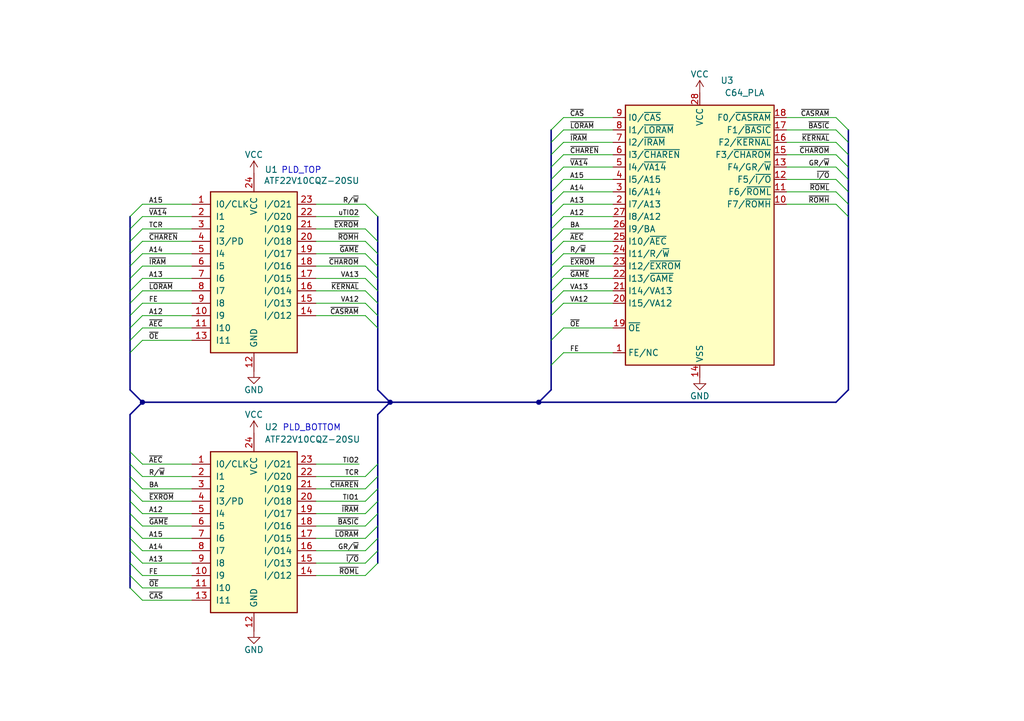
<source format=kicad_sch>
(kicad_sch (version 20231120) (generator "eeschema") (generator_version "8.0")
  (paper "A5")
  (title_block (title "GAL-based 906114-01 replacement") (date "2023-01-05") (rev "0.99") (company "Lubomir Rintel <lkundrak@v3.sk>") (comment 1 "Generated from genplcc.pl"))
  (lib_symbols
    (symbol "Additional:ATF22V10C" (pin_names (offset 1.016))
      (property "Reference" "U" (at 5.08 21.59 0))
      (property "Value" "ATF22V10C" (at 5.08 19.05 0))
      (symbol "ATF22V10C_0_1"
        (rectangle (start -8.89 16.51) (end 8.89 -16.51) (stroke (width 0.254)) (fill (type background)))
      )
      (symbol "ATF22V10C_1_1"
        (pin input line (at -12.7 13.97 0) (length 3.81) (name "I0/CLK") (number "1"))
        (pin input line (at -12.7 -8.89 0) (length 3.81) (name "I9") (number "10"))
        (pin input line (at -12.7 -11.43 0) (length 3.81) (name "I10") (number "11"))
        (pin power_in line (at 0 -20.32 90) (length 3.81) (name "GND") (number "12"))
        (pin input line (at -12.7 -13.97 0) (length 3.81) (name "I11") (number "13"))
        (pin output line (at 12.7 -8.89 180) (length 3.81) (name "I/O12") (number "14"))
        (pin output line (at 12.7 -6.35 180) (length 3.81) (name "I/O13") (number "15"))
        (pin output line (at 12.7 -3.81 180) (length 3.81) (name "I/O14") (number "16"))
        (pin output line (at 12.7 -1.27 180) (length 3.81) (name "I/O15") (number "17"))
        (pin output line (at 12.7 1.27 180) (length 3.81) (name "I/O16") (number "18"))
        (pin output line (at 12.7 3.81 180) (length 3.81) (name "I/O17") (number "19"))
        (pin input line (at -12.7 11.43 0) (length 3.81) (name "I1") (number "2"))
        (pin output line (at 12.7 6.35 180) (length 3.81) (name "I/O18") (number "20"))
        (pin output line (at 12.7 8.89 180) (length 3.81) (name "I/O19") (number "21"))
        (pin output line (at 12.7 11.43 180) (length 3.81) (name "I/O20") (number "22"))
        (pin output line (at 12.7 13.97 180) (length 3.81) (name "I/O21") (number "23"))
        (pin power_in line (at 0 20.32 270) (length 3.81) (name "VCC") (number "24"))
        (pin input line (at -12.7 8.89 0) (length 3.81) (name "I2") (number "3"))
        (pin input line (at -12.7 6.35 0) (length 3.81) (name "I3/PD") (number "4"))
        (pin input line (at -12.7 3.81 0) (length 3.81) (name "I4") (number "5"))
        (pin input line (at -12.7 1.27 0) (length 3.81) (name "I5") (number "6"))
        (pin input line (at -12.7 -1.27 0) (length 3.81) (name "I6") (number "7"))
        (pin input line (at -12.7 -3.81 0) (length 3.81) (name "I7") (number "8"))
        (pin input line (at -12.7 -6.35 0) (length 3.81) (name "I8") (number "9"))
      )
    )
    (symbol "Memory_RAM:KM62256CLP"
      (property "Reference" "U3" (at 6.985 27.94 0))
      (property "Value" "C64_PLA" (at 13.335 25.4 0))
      (symbol "KM62256CLP_0_1"
        (rectangle (start -15.24 22.86) (end 15.24 -30.48) (stroke (width 0.254)) (fill (type background)))
      )
      (symbol "KM62256CLP_1_1"
        (pin bidirectional line (at -17.78 -27.94 0) (length 2.54) (name "FE/NC") (number "1"))
        (pin output line (at 17.78 2.54 180) (length 2.54) (name "F7/~{ROMH}") (number "10"))
        (pin output line (at 17.78 5.08 180) (length 2.54) (name "F6/~{ROML}") (number "11"))
        (pin output line (at 17.78 7.62 180) (length 2.54) (name "F5/~{I/O}") (number "12"))
        (pin output line (at 17.78 10.16 180) (length 2.54) (name "F4/GR/~{W}") (number "13"))
        (pin power_in line (at 0 -33.02 90) (length 2.54) (name "VSS") (number "14"))
        (pin output line (at 17.78 12.7 180) (length 2.54) (name "F3/~{CHAROM}") (number "15"))
        (pin output line (at 17.78 15.24 180) (length 2.54) (name "F2/~{KERNAL}") (number "16"))
        (pin output line (at 17.78 17.78 180) (length 2.54) (name "F1/~{BASIC}") (number "17"))
        (pin output line (at 17.78 20.32 180) (length 2.54) (name "F0/~{CASRAM}") (number "18"))
        (pin input line (at -17.78 -22.86 0) (length 2.54) (name "~{OE}") (number "19"))
        (pin input line (at -17.78 2.54 0) (length 2.54) (name "I7/A13") (number "2"))
        (pin input line (at -17.78 -17.78 0) (length 2.54) (name "I15/VA12") (number "20"))
        (pin input line (at -17.78 -15.24 0) (length 2.54) (name "I14/VA13") (number "21"))
        (pin input line (at -17.78 -12.7 0) (length 2.54) (name "I13/~{GAME}") (number "22"))
        (pin input line (at -17.78 -10.16 0) (length 2.54) (name "I12/~{EXROM}") (number "23"))
        (pin input line (at -17.78 -7.62 0) (length 2.54) (name "I11/R/~{W}") (number "24"))
        (pin input line (at -17.78 -5.08 0) (length 2.54) (name "I10/~{AEC}") (number "25"))
        (pin input line (at -17.78 -2.54 0) (length 2.54) (name "I9/BA") (number "26"))
        (pin input line (at -17.78 0 0) (length 2.54) (name "I8/A12") (number "27"))
        (pin power_in line (at 0 25.4 270) (length 2.54) (name "VCC") (number "28"))
        (pin input line (at -17.78 5.08 0) (length 2.54) (name "I6/A14") (number "3"))
        (pin input line (at -17.78 7.62 0) (length 2.54) (name "I5/A15") (number "4"))
        (pin input line (at -17.78 10.16 0) (length 2.54) (name "I4/~{VA14}") (number "5"))
        (pin input line (at -17.78 12.7 0) (length 2.54) (name "I3/~{CHAREN}") (number "6"))
        (pin input line (at -17.78 15.24 0) (length 2.54) (name "I2/~{IRAM}") (number "7"))
        (pin input line (at -17.78 17.78 0) (length 2.54) (name "I1/~{LORAM}") (number "8"))
        (pin input line (at -17.78 20.32 0) (length 2.54) (name "I0/~{CAS}") (number "9"))
      )
    )
    (symbol "power:GND" (power) (pin_names (offset 0))
      (property "Value" "GND" (at 0 -3.81 0))
      (symbol "GND_0_1"
        (polyline (pts (xy 0 0) (xy 0 -1.27) (xy 1.27 -1.27) (xy 0 -2.54) (xy -1.27 -1.27) (xy 0 -1.27)))
      )
      (symbol "GND_1_1"
        (pin power_in line (at 0 0 270) (length 0) hide (name "GND") (number "1"))
      )
    )
    (symbol "power:VCC" (power) (pin_names (offset 0))
      (property "Value" "VCC" (at 0 3.81 0))
      (symbol "VCC_0_1"
        (polyline (pts (xy -0.762 1.27) (xy 0 2.54)))
        (polyline (pts (xy 0 0) (xy 0 2.54)))
        (polyline (pts (xy 0 2.54) (xy 0.762 1.27)))
      )
      (symbol "VCC_1_1"
        (pin power_in line (at 0 0 90) (length 0) hide (name "VCC") (number "1"))
      )
    )
  )
  (junction (at 29.21 82.55))
  (junction (at 80.01 82.55))
  (junction (at 489.458 159.766))
  (junction (at 110.49 82.55))
  (junction (at 502.158 159.766))
  (junction (at 461.518 159.766))
  (junction (at 532.638 159.766))
  (bus_entry (at 74.93 110.49) (size 2.54 -2.54))
  (bus_entry (at 29.21 57.15) (size -2.54 2.54))
  (bus_entry (at 26.67 118.11) (size 2.54 2.54))
  (bus_entry (at 74.93 54.61) (size 2.54 2.54))
  (bus_entry (at 26.67 113.03) (size 2.54 2.54))
  (bus_entry (at 26.67 110.49) (size 2.54 2.54))
  (bus_entry (at 29.21 44.45) (size -2.54 2.54))
  (bus_entry (at 74.93 113.03) (size 2.54 -2.54))
  (bus_entry (at 74.93 115.57) (size 2.54 -2.54))
  (bus_entry (at 171.45 41.91) (size 2.54 2.54))
  (bus_entry (at 113.03 41.91) (size 2.54 -2.54))
  (bus_entry (at 74.93 102.87) (size 2.54 -2.54))
  (bus_entry (at 74.93 41.91) (size 2.54 2.54))
  (bus_entry (at 113.03 49.53) (size 2.54 -2.54))
  (bus_entry (at 113.03 52.07) (size 2.54 -2.54))
  (bus_entry (at 29.21 49.53) (size -2.54 2.54))
  (bus_entry (at 26.67 92.71) (size 2.54 2.54))
  (bus_entry (at 171.45 39.37) (size 2.54 2.54))
  (bus_entry (at 74.93 105.41) (size 2.54 -2.54))
  (bus_entry (at 74.93 64.77) (size 2.54 2.54))
  (bus_entry (at 74.93 62.23) (size 2.54 2.54))
  (bus_entry (at 113.03 29.21) (size 2.54 -2.54))
  (bus_entry (at 26.67 115.57) (size 2.54 2.54))
  (bus_entry (at 74.93 49.53) (size 2.54 2.54))
  (bus_entry (at 29.21 64.77) (size -2.54 2.54))
  (bus_entry (at 74.93 107.95) (size 2.54 -2.54))
  (bus_entry (at 29.21 67.31) (size -2.54 2.54))
  (bus_entry (at 26.67 107.95) (size 2.54 2.54))
  (bus_entry (at 171.45 24.13) (size 2.54 2.54))
  (bus_entry (at 171.45 34.29) (size 2.54 2.54))
  (bus_entry (at 113.03 31.75) (size 2.54 -2.54))
  (bus_entry (at 26.67 100.33) (size 2.54 2.54))
  (bus_entry (at 113.03 57.15) (size 2.54 -2.54))
  (bus_entry (at 113.03 36.83) (size 2.54 -2.54))
  (bus_entry (at 113.03 69.85) (size 2.54 -2.54))
  (bus_entry (at 171.45 29.21) (size 2.54 2.54))
  (bus_entry (at 74.93 97.79) (size 2.54 -2.54))
  (bus_entry (at 113.03 44.45) (size 2.54 -2.54))
  (bus_entry (at 29.21 69.85) (size -2.54 2.54))
  (bus_entry (at 29.21 52.07) (size -2.54 2.54))
  (bus_entry (at 26.67 102.87) (size 2.54 2.54))
  (bus_entry (at 113.03 34.29) (size 2.54 -2.54))
  (bus_entry (at 74.93 100.33) (size 2.54 -2.54))
  (bus_entry (at 29.21 54.61) (size -2.54 2.54))
  (bus_entry (at 26.67 120.65) (size 2.54 2.54))
  (bus_entry (at 29.21 41.91) (size -2.54 2.54))
  (bus_entry (at 74.93 46.99) (size 2.54 2.54))
  (bus_entry (at 74.93 57.15) (size 2.54 2.54))
  (bus_entry (at 113.03 26.67) (size 2.54 -2.54))
  (bus_entry (at 171.45 26.67) (size 2.54 2.54))
  (bus_entry (at 113.03 64.77) (size 2.54 -2.54))
  (bus_entry (at 29.21 62.23) (size -2.54 2.54))
  (bus_entry (at 113.03 54.61) (size 2.54 -2.54))
  (bus_entry (at 113.03 46.99) (size 2.54 -2.54))
  (bus_entry (at 74.93 59.69) (size 2.54 2.54))
  (bus_entry (at 26.67 105.41) (size 2.54 2.54))
  (bus_entry (at 74.93 52.07) (size 2.54 2.54))
  (bus_entry (at 113.03 62.23) (size 2.54 -2.54))
  (bus_entry (at 74.93 118.11) (size 2.54 -2.54))
  (bus_entry (at 26.67 97.79) (size 2.54 2.54))
  (bus_entry (at 113.03 59.69) (size 2.54 -2.54))
  (bus_entry (at 29.21 59.69) (size -2.54 2.54))
  (bus_entry (at 171.45 31.75) (size 2.54 2.54))
  (bus_entry (at 171.45 36.83) (size 2.54 2.54))
  (bus_entry (at 113.03 39.37) (size 2.54 -2.54))
  (bus_entry (at 113.03 74.93) (size 2.54 -2.54))
  (bus_entry (at 29.21 46.99) (size -2.54 2.54))
  (bus_entry (at 26.67 95.25) (size 2.54 2.54))
  (bus (pts (xy 113.03 59.69) (xy 113.03 62.23)))
  (wire (pts (xy 64.77 95.25) (xy 73.66 95.25)))
  (bus (pts (xy 77.47 100.33) (xy 77.47 102.87)))
  (bus (pts (xy 113.03 69.85) (xy 113.03 74.93)))
  (wire (pts (xy 64.77 113.03) (xy 74.93 113.03)))
  (bus (pts (xy 77.47 57.15) (xy 77.47 59.69)))
  (bus (pts (xy 113.03 41.91) (xy 113.03 44.45)))
  (wire (pts (xy 29.21 49.53) (xy 39.37 49.53)))
  (bus (pts (xy 29.21 82.55) (xy 80.01 82.55)))
  (bus (pts (xy 26.67 62.23) (xy 26.67 64.77)))
  (wire (pts (xy 115.57 44.45) (xy 125.73 44.45)))
  (bus (pts (xy 26.67 107.95) (xy 26.67 110.49)))
  (bus (pts (xy 29.21 82.55) (xy 26.67 85.09)))
  (bus (pts (xy 428.498 159.766) (xy 461.518 159.766)))
  (wire (pts (xy 29.21 105.41) (xy 39.37 105.41)))
  (bus (pts (xy 77.47 107.95) (xy 77.47 110.49)))
  (wire (pts (xy 115.57 46.99) (xy 125.73 46.99)))
  (bus (pts (xy 113.03 26.67) (xy 113.03 29.21)))
  (wire (pts (xy 29.21 107.95) (xy 39.37 107.95)))
  (bus (pts (xy 26.67 67.31) (xy 26.67 69.85)))
  (bus (pts (xy 77.47 44.45) (xy 77.47 49.53)))
  (bus (pts (xy 113.03 49.53) (xy 113.03 52.07)))
  (bus (pts (xy 77.47 95.25) (xy 77.47 97.79)))
  (wire (pts (xy 64.77 52.07) (xy 74.93 52.07)))
  (wire (pts (xy 29.21 44.45) (xy 39.37 44.45)))
  (wire (pts (xy 29.21 41.91) (xy 39.37 41.91)))
  (wire (pts (xy 115.57 26.67) (xy 125.73 26.67)))
  (bus (pts (xy 26.67 115.57) (xy 26.67 118.11)))
  (bus (pts (xy 26.67 57.15) (xy 26.67 59.69)))
  (bus (pts (xy 26.67 110.49) (xy 26.67 113.03)))
  (bus (pts (xy 26.67 102.87) (xy 26.67 105.41)))
  (bus (pts (xy 173.99 29.21) (xy 173.99 31.75)))
  (wire (pts (xy 64.77 57.15) (xy 74.93 57.15)))
  (wire (pts (xy 29.21 54.61) (xy 39.37 54.61)))
  (bus (pts (xy 26.67 85.09) (xy 26.67 92.71)))
  (wire (pts (xy 115.57 29.21) (xy 125.73 29.21)))
  (bus (pts (xy 113.03 64.77) (xy 113.03 69.85)))
  (bus (pts (xy 26.67 46.99) (xy 26.67 49.53)))
  (wire (pts (xy 115.57 31.75) (xy 125.73 31.75)))
  (wire (pts (xy 161.29 34.29) (xy 171.45 34.29)))
  (bus (pts (xy 113.03 46.99) (xy 113.03 49.53)))
  (bus (pts (xy 113.03 62.23) (xy 113.03 64.77)))
  (bus (pts (xy 173.99 80.01) (xy 171.45 82.55)))
  (wire (pts (xy 115.57 24.13) (xy 125.73 24.13)))
  (bus (pts (xy 173.99 34.29) (xy 173.99 36.83)))
  (wire (pts (xy 161.29 36.83) (xy 171.45 36.83)))
  (bus (pts (xy 502.158 159.766) (xy 532.638 159.766)))
  (wire (pts (xy 161.29 29.21) (xy 171.45 29.21)))
  (wire (pts (xy 64.77 107.95) (xy 74.93 107.95)))
  (bus (pts (xy 26.67 100.33) (xy 26.67 102.87)))
  (wire (pts (xy 64.77 62.23) (xy 74.93 62.23)))
  (bus (pts (xy 26.67 97.79) (xy 26.67 100.33)))
  (wire (pts (xy 161.29 31.75) (xy 171.45 31.75)))
  (wire (pts (xy 115.57 41.91) (xy 125.73 41.91)))
  (bus (pts (xy 26.67 54.61) (xy 26.67 57.15)))
  (wire (pts (xy 115.57 59.69) (xy 125.73 59.69)))
  (wire (pts (xy 115.57 39.37) (xy 125.73 39.37)))
  (wire (pts (xy 29.21 57.15) (xy 39.37 57.15)))
  (bus (pts (xy 26.67 95.25) (xy 26.67 97.79)))
  (wire (pts (xy 115.57 52.07) (xy 125.73 52.07)))
  (wire (pts (xy 64.77 118.11) (xy 74.93 118.11)))
  (bus (pts (xy 113.03 39.37) (xy 113.03 41.91)))
  (bus (pts (xy 77.47 52.07) (xy 77.47 54.61)))
  (wire (pts (xy 64.77 64.77) (xy 74.93 64.77)))
  (bus (pts (xy 489.458 127.381) (xy 489.458 159.766)))
  (bus (pts (xy 77.47 54.61) (xy 77.47 57.15)))
  (bus (pts (xy 532.638 159.766) (xy 563.118 159.766)))
  (wire (pts (xy 29.21 97.79) (xy 39.37 97.79)))
  (bus (pts (xy 428.498 142.621) (xy 428.498 159.766)))
  (bus (pts (xy 113.03 36.83) (xy 113.03 39.37)))
  (wire (pts (xy 29.21 52.07) (xy 39.37 52.07)))
  (wire (pts (xy 29.21 123.19) (xy 39.37 123.19)))
  (wire (pts (xy 29.21 113.03) (xy 39.37 113.03)))
  (bus (pts (xy 77.47 67.31) (xy 77.47 80.01)))
  (bus (pts (xy 77.47 105.41) (xy 77.47 107.95)))
  (bus (pts (xy 113.03 57.15) (xy 113.03 59.69)))
  (bus (pts (xy 77.47 97.79) (xy 77.47 100.33)))
  (bus (pts (xy 77.47 85.09) (xy 77.47 95.25)))
  (wire (pts (xy 161.29 41.91) (xy 171.45 41.91)))
  (bus (pts (xy 502.158 142.621) (xy 502.158 159.766)))
  (bus (pts (xy 80.01 82.55) (xy 77.47 85.09)))
  (bus (pts (xy 77.47 80.01) (xy 80.01 82.55)))
  (bus (pts (xy 77.47 113.03) (xy 77.47 115.57)))
  (bus (pts (xy 77.47 102.87) (xy 77.47 105.41)))
  (wire (pts (xy 115.57 49.53) (xy 125.73 49.53)))
  (wire (pts (xy 161.29 24.13) (xy 171.45 24.13)))
  (wire (pts (xy 64.77 41.91) (xy 74.93 41.91)))
  (bus (pts (xy 113.03 54.61) (xy 113.03 57.15)))
  (wire (pts (xy 29.21 59.69) (xy 39.37 59.69)))
  (wire (pts (xy 29.21 95.25) (xy 39.37 95.25)))
  (wire (pts (xy 64.77 54.61) (xy 74.93 54.61)))
  (bus (pts (xy 26.67 72.39) (xy 26.67 80.01)))
  (bus (pts (xy 461.518 159.766) (xy 461.518 177.546)))
  (wire (pts (xy 29.21 64.77) (xy 39.37 64.77)))
  (wire (pts (xy 161.29 26.67) (xy 171.45 26.67)))
  (wire (pts (xy 64.77 105.41) (xy 74.93 105.41)))
  (wire (pts (xy 115.57 62.23) (xy 125.73 62.23)))
  (bus (pts (xy 173.99 36.83) (xy 173.99 39.37)))
  (wire (pts (xy 64.77 102.87) (xy 74.93 102.87)))
  (bus (pts (xy 77.47 64.77) (xy 77.47 67.31)))
  (wire (pts (xy 64.77 115.57) (xy 74.93 115.57)))
  (wire (pts (xy 29.21 120.65) (xy 39.37 120.65)))
  (wire (pts (xy 29.21 110.49) (xy 39.37 110.49)))
  (bus (pts (xy 113.03 31.75) (xy 113.03 34.29)))
  (wire (pts (xy 115.57 67.31) (xy 125.73 67.31)))
  (bus (pts (xy 113.03 80.01) (xy 110.49 82.55)))
  (bus (pts (xy 110.49 82.55) (xy 80.01 82.55)))
  (bus (pts (xy 26.67 105.41) (xy 26.67 107.95)))
  (wire (pts (xy 29.21 100.33) (xy 39.37 100.33)))
  (bus (pts (xy 113.03 34.29) (xy 113.03 36.83)))
  (bus (pts (xy 113.03 44.45) (xy 113.03 46.99)))
  (wire (pts (xy 64.77 97.79) (xy 74.93 97.79)))
  (wire (pts (xy 115.57 54.61) (xy 125.73 54.61)))
  (bus (pts (xy 26.67 80.01) (xy 29.21 82.55)))
  (wire (pts (xy 115.57 36.83) (xy 125.73 36.83)))
  (wire (pts (xy 115.57 34.29) (xy 125.73 34.29)))
  (bus (pts (xy 113.03 29.21) (xy 113.03 31.75)))
  (bus (pts (xy 110.49 82.55) (xy 171.45 82.55)))
  (wire (pts (xy 64.77 44.45) (xy 73.66 44.45)))
  (wire (pts (xy 29.21 102.87) (xy 39.37 102.87)))
  (bus (pts (xy 489.458 159.766) (xy 502.158 159.766)))
  (wire (pts (xy 161.29 39.37) (xy 171.45 39.37)))
  (wire (pts (xy 115.57 72.39) (xy 125.73 72.39)))
  (bus (pts (xy 26.67 69.85) (xy 26.67 72.39)))
  (wire (pts (xy 64.77 49.53) (xy 74.93 49.53)))
  (bus (pts (xy 26.67 92.71) (xy 26.67 95.25)))
  (bus (pts (xy 26.67 113.03) (xy 26.67 115.57)))
  (bus (pts (xy 173.99 39.37) (xy 173.99 41.91)))
  (bus (pts (xy 26.67 59.69) (xy 26.67 62.23)))
  (wire (pts (xy 115.57 57.15) (xy 125.73 57.15)))
  (wire (pts (xy 64.77 46.99) (xy 74.93 46.99)))
  (wire (pts (xy 64.77 110.49) (xy 74.93 110.49)))
  (wire (pts (xy 29.21 67.31) (xy 39.37 67.31)))
  (bus (pts (xy 113.03 74.93) (xy 113.03 80.01)))
  (bus (pts (xy 26.67 44.45) (xy 26.67 46.99)))
  (bus (pts (xy 26.67 118.11) (xy 26.67 120.65)))
  (bus (pts (xy 173.99 41.91) (xy 173.99 44.45)))
  (bus (pts (xy 113.03 52.07) (xy 113.03 54.61)))
  (bus (pts (xy 26.67 52.07) (xy 26.67 54.61)))
  (bus (pts (xy 563.118 127.381) (xy 563.118 159.766)))
  (wire (pts (xy 64.77 100.33) (xy 74.93 100.33)))
  (bus (pts (xy 26.67 49.53) (xy 26.67 52.07)))
  (bus (pts (xy 173.99 31.75) (xy 173.99 34.29)))
  (bus (pts (xy 77.47 110.49) (xy 77.47 113.03)))
  (wire (pts (xy 29.21 69.85) (xy 39.37 69.85)))
  (bus (pts (xy 461.518 159.766) (xy 489.458 159.766)))
  (bus (pts (xy 77.47 62.23) (xy 77.47 64.77)))
  (bus (pts (xy 532.638 159.766) (xy 532.638 177.546)))
  (bus (pts (xy 173.99 44.45) (xy 173.99 80.01)))
  (wire (pts (xy 64.77 59.69) (xy 74.93 59.69)))
  (wire (pts (xy 29.21 46.99) (xy 39.37 46.99)))
  (bus (pts (xy 77.47 49.53) (xy 77.47 52.07)))
  (bus (pts (xy 26.67 64.77) (xy 26.67 67.31)))
  (bus (pts (xy 77.47 59.69) (xy 77.47 62.23)))
  (wire (pts (xy 29.21 62.23) (xy 39.37 62.23)))
  (wire (pts (xy 29.21 115.57) (xy 39.37 115.57)))
  (wire (pts (xy 29.21 118.11) (xy 39.37 118.11)))
  (bus (pts (xy 173.99 26.67) (xy 173.99 29.21)))
  (text "PLD_BOTTOM" (at 57.912 88.646 0) (effects (font (size 1.27 1.27)) (justify left bottom)))
  (text "PLD_TOP" (at 57.658 35.814 0) (effects (font (size 1.27 1.27)) (justify left bottom)))
  (label "~{CHAROM}" (at 170.18 31.75 180) (effects (font (size 1 1))))
  (label "~{EXROM}" (at 73.66 46.99 180) (effects (font (size 1 1))))
  (label "FE" (at 30.48 62.23 0) (effects (font (size 1 1))))
  (label "TIO2" (at 73.66 95.25 180) (effects (font (size 1 1))))
  (label "~{VA14}" (at 116.84 34.29 0) (effects (font (size 1 1))))
  (label "FE" (at 116.84 72.39 0) (effects (font (size 1 1))))
  (label "BA" (at 116.84 46.99 0) (effects (font (size 1 1))))
  (label "~{ROML}" (at 73.66 118.11 180) (effects (font (size 1 1))))
  (label "~{LORAM}" (at 30.48 59.69 0) (effects (font (size 1 1))))
  (label "GR{slash}~{W}" (at 73.66 113.03 180) (effects (font (size 1 1))))
  (label "uTIO2" (at 73.66 44.45 180) (effects (font (size 1 1))))
  (label "~{AEC}" (at 30.48 95.25 0) (effects (font (size 1 1))))
  (label "~{CASRAM}" (at 170.18 24.13 180) (effects (font (size 1 1))))
  (label "~{BASIC}" (at 170.18 26.67 180) (effects (font (size 1 1))))
  (label "R{slash}~{W}" (at 73.66 41.91 180) (effects (font (size 1 1))))
  (label "A13" (at 116.84 41.91 0) (effects (font (size 1 1))))
  (label "TCR" (at 73.66 97.79 180) (effects (font (size 1 1))))
  (label "~{CHAREN}" (at 116.84 31.75 0) (effects (font (size 1 1))))
  (label "~{KERNAL}" (at 73.66 59.69 180) (effects (font (size 1 1))))
  (label "TCR" (at 30.48 46.99 0) (effects (font (size 1 1))))
  (label "GR{slash}~{W}" (at 170.18 34.29 180) (effects (font (size 1 1))))
  (label "R{slash}~{W}" (at 30.48 97.79 0) (effects (font (size 1 1))))
  (label "A12" (at 30.48 64.77 0) (effects (font (size 1 1))))
  (label "A13" (at 30.48 57.15 0) (effects (font (size 1 1))))
  (label "TIO1" (at 73.66 102.87 180) (effects (font (size 1 1))))
  (label "~{ROMH}" (at 73.66 49.53 180) (effects (font (size 1 1))))
  (label "~{CHAREN}" (at 30.48 49.53 0) (effects (font (size 1 1))))
  (label "~{LORAM}" (at 73.66 110.49 180) (effects (font (size 1 1))))
  (label "~{CASRAM}" (at 73.66 64.77 180) (effects (font (size 1 1))))
  (label "~{I{slash}O}" (at 170.18 36.83 180) (effects (font (size 1 1))))
  (label "~{IRAM}" (at 73.66 105.41 180) (effects (font (size 1 1))))
  (label "A13" (at 30.48 115.57 0) (effects (font (size 1 1))))
  (label "~{OE}" (at 30.48 69.85 0) (effects (font (size 1 1))))
  (label "~{KERNAL}" (at 170.18 29.21 180) (effects (font (size 1 1))))
  (label "BA" (at 30.48 100.33 0) (effects (font (size 1 1))))
  (label "A14" (at 30.48 52.07 0) (effects (font (size 1 1))))
  (label "VA12" (at 116.84 62.23 0) (effects (font (size 1 1))))
  (label "~{I{slash}O}" (at 73.66 115.57 180) (effects (font (size 1 1))))
  (label "~{LORAM}" (at 116.84 26.67 0) (effects (font (size 1 1))))
  (label "~{CAS}" (at 30.48 123.19 0) (effects (font (size 1 1))))
  (label "~{OE}" (at 116.84 67.31 0) (effects (font (size 1 1))))
  (label "~{ROMH}" (at 170.18 41.91 180) (effects (font (size 1 1))))
  (label "VA12" (at 73.66 62.23 180) (effects (font (size 1 1))))
  (label "VA13" (at 73.66 57.15 180) (effects (font (size 1 1))))
  (label "A15" (at 116.84 36.83 0) (effects (font (size 1 1))))
  (label "A12" (at 30.48 105.41 0) (effects (font (size 1 1))))
  (label "~{IRAM}" (at 30.48 54.61 0) (effects (font (size 1 1))))
  (label "~{AEC}" (at 30.48 67.31 0) (effects (font (size 1 1))))
  (label "A14" (at 30.48 113.03 0) (effects (font (size 1 1))))
  (label "VA13" (at 116.84 59.69 0) (effects (font (size 1 1))))
  (label "~{IRAM}" (at 116.84 29.21 0) (effects (font (size 1 1))))
  (label "~{EXROM}" (at 30.48 102.87 0) (effects (font (size 1 1))))
  (label "~{ROML}" (at 170.18 39.37 180) (effects (font (size 1 1))))
  (label "~{GAME}" (at 73.66 52.07 180) (effects (font (size 1 1))))
  (label "A12" (at 116.84 44.45 0) (effects (font (size 1 1))))
  (label "~{OE}" (at 30.48 120.65 0) (effects (font (size 1 1))))
  (label "~{AEC}" (at 116.84 49.53 0) (effects (font (size 1 1))))
  (label "R{slash}~{W}" (at 116.84 52.07 0) (effects (font (size 1 1))))
  (label "~{VA14}" (at 30.48 44.45 0) (effects (font (size 1 1))))
  (label "~{CHAROM}" (at 73.66 54.61 180) (effects (font (size 1 1))))
  (label "A15" (at 30.48 41.91 0) (effects (font (size 1 1))))
  (label "A14" (at 116.84 39.37 0) (effects (font (size 1 1))))
  (label "~{CAS}" (at 116.84 24.13 0) (effects (font (size 1 1))))
  (label "~{GAME}" (at 30.48 107.95 0) (effects (font (size 1 1))))
  (label "~{BASIC}" (at 73.66 107.95 180) (effects (font (size 1 1))))
  (label "~{CHAREN}" (at 73.66 100.33 180) (effects (font (size 1 1))))
  (label "~{EXROM}" (at 116.84 54.61 0) (effects (font (size 1 1))))
  (label "A15" (at 30.48 110.49 0) (effects (font (size 1 1))))
  (label "FE" (at 30.48 118.11 0) (effects (font (size 1 1))))
  (label "~{GAME}" (at 116.84 57.15 0) (effects (font (size 1 1))))
  (symbol (lib_id "power:GND") (at 52.07 76.2 0) (unit 1)
    (property "Reference" "#PWR0101" (effects (hide yes)))
    (property "Value" "GND" (at 52.07 80.01 0))
  )
  (symbol (lib_id "power:VCC") (at 143.51 19.05 0) (unit 1)
    (property "Reference" "#PWR0102" (effects (hide yes)))
    (property "Value" "VCC" (at 143.51 15.24 0))
  )
  (symbol (lib_id "power:GND") (at 52.07 129.54 0) (unit 1)
    (property "Reference" "#PWR0105" (effects (hide yes)))
    (property "Value" "GND" (at 52.07 133.35 0))
  )
  (symbol (lib_id "Memory_RAM:KM62256CLP") (at 143.51 44.45 0) (unit 1)
    (property "Reference" "U3" (at 150.495 16.51 0) (effects (justify right)))
    (property "Value" "C64_PLA" (at 156.845 19.05 0) (effects (justify right)))
    (property "Footprint" "Additional:DIP-28_W15.24mm_Socket" (effects (hide yes)))
  )
  (symbol (lib_id "Additional:ATF22V10C") (at 52.07 55.88 0) (unit 1)
    (property "Reference" "U1" (at 54.2641 34.798 0) (effects (justify left)))
    (property "Value" "ATF22V10CQZ-20SU" (at 54.102 37.084 0) (effects (justify left)))
    (property "Footprint" "Package_SO:SOIC-24W_7.5x15.4mm_P1.27mm" (effects (hide yes)))
    (property "Datasheet" "https://www.mouser.fr/datasheet/2/268/doc0780-3445251.pdf" (effects (hide yes)))
    (property "Description" "Programmable Logic Array, DIP-24 (Narrow)" (effects (hide yes)))
  )
  (symbol (lib_id "power:GND") (at 143.51 77.47 0) (unit 1)
    (property "Reference" "#PWR0103" (effects (hide yes)))
    (property "Value" "GND" (at 143.51 81.28 0))
  )
  (symbol (lib_id "power:VCC") (at 52.07 88.9 0) (unit 1)
    (property "Reference" "#PWR0104" (effects (hide yes)))
    (property "Value" "VCC" (at 52.07 85.09 0))
  )
  (symbol (lib_id "Additional:ATF22V10C") (at 52.07 109.22 0) (unit 1)
    (property "Reference" "U2" (at 54.2641 87.63 0) (effects (justify left)))
    (property "Value" "ATF22V10CQZ-20SU" (at 54.2641 90.17 0) (effects (justify left)))
    (property "Footprint" "Package_SO:SOIC-24W_7.5x15.4mm_P1.27mm" (effects (hide yes)))
    (property "Datasheet" "https://www.mouser.fr/datasheet/2/268/doc0780-3445251.pdf" (effects (hide yes)))
    (property "Description" "Programmable Logic Array, DIP-24 (Narrow)" (effects (hide yes)))
  )
  (symbol (lib_id "power:VCC") (at 52.07 35.56 0) (unit 1)
    (property "Reference" "#PWR0106" (effects (hide yes)))
    (property "Value" "VCC" (at 52.07 31.75 0))
  )
)
</source>
